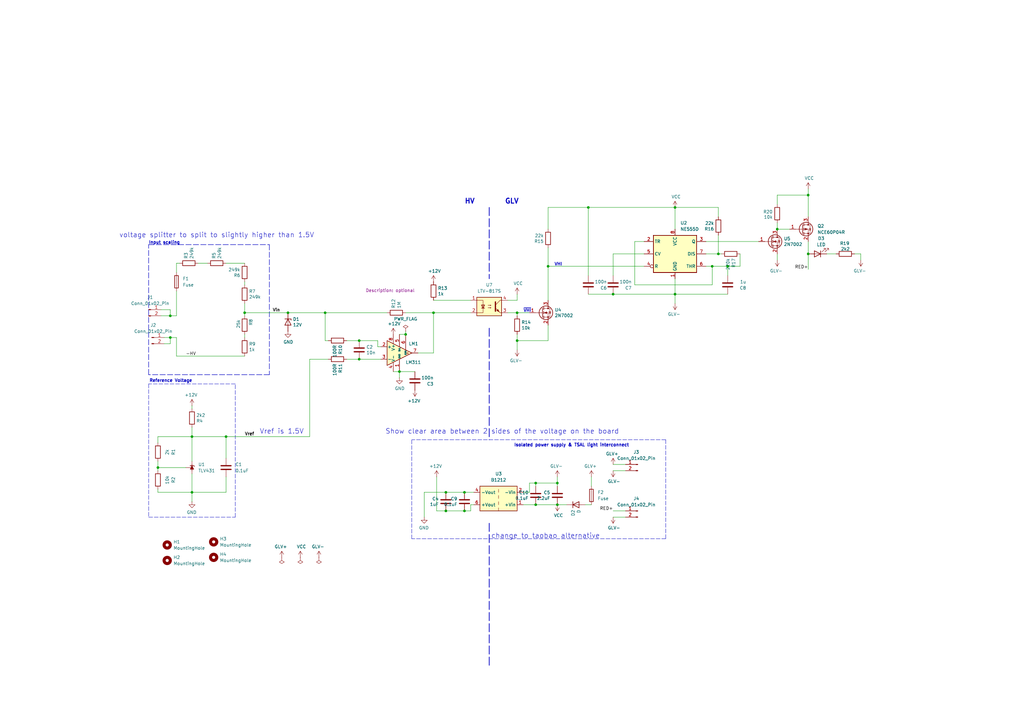
<source format=kicad_sch>
(kicad_sch (version 20250114) (generator "eeschema") (generator_version "9.0")
  (paper "A3")
  (title_block (title "TSAL") (date "2020-03-11") (rev "3.1") (company "NU Racing (UoN)") (comment 1 "Michael Ruppe") (comment 2 "github.com/michaelruppe/FSAE"))
  (lib_symbols
    (symbol "Comparator:LM311" (pin_names (offset 0.127))
      (property "Reference" "U" (at 3.81 6.35 0))
      (property "Value" "LM311" (at 3.81 3.81 0))
      (symbol "LM311_0_1"
        (polyline (pts (xy 3.683 -0.381) (xy 3.302 -0.381) (xy 3.683 0) (xy 3.302 0.381) (xy 2.921 0) (xy 3.302 -0.381) (xy 2.921 -0.381)) (stroke (width 0.127)))
        (polyline (pts (xy 5.08 0) (xy -5.08 5.08) (xy -5.08 -5.08) (xy 5.08 0)) (stroke (width 0.254)) (fill (type background)))
      )
      (symbol "LM311_1_1"
        (pin input line (at -7.62 2.54 0) (length 2.54) (name "+") (number "2"))
        (pin input line (at -7.62 -2.54 0) (length 2.54) (name "-") (number "3"))
        (pin power_in line (at -2.54 7.62 270) (length 3.81) (name "V+") (number "8"))
        (pin power_in line (at -2.54 -7.62 90) (length 3.81) (name "V-") (number "4"))
        (pin input line (at 0 7.62 270) (length 5.08) (name "BAL") (number "5"))
        (pin passive line (at 0 -7.62 90) (length 5.08) (name "GND") (number "1"))
        (pin input line (at 2.54 7.62 270) (length 6.35) (name "STRB") (number "6"))
        (pin open_collector line (at 7.62 0 180) (length 2.54) (name "~") (number "7"))
      )
    )
    (symbol "Connector:Conn_01x02_Pin" (pin_names (offset 1.016) (hide yes))
      (property "Reference" "J" (at 0 2.54 0))
      (property "Value" "Conn_01x02_Pin" (at 0 -5.08 0))
      (symbol "Conn_01x02_Pin_1_1"
        (rectangle (start 0.8636 0.127) (end 0 -0.127) (stroke (width 0.1524)) (fill (type outline)))
        (rectangle (start 0.8636 -2.413) (end 0 -2.667) (stroke (width 0.1524)) (fill (type outline)))
        (polyline (pts (xy 1.27 0) (xy 0.8636 0)) (stroke (width 0.1524)))
        (polyline (pts (xy 1.27 -2.54) (xy 0.8636 -2.54)) (stroke (width 0.1524)))
        (pin passive line (at 5.08 0 180) (length 3.81) (name "Pin_1") (number "1"))
        (pin passive line (at 5.08 -2.54 180) (length 3.81) (name "Pin_2") (number "2"))
      )
    )
    (symbol "Converter_DCDC:TBA2-1212"
      (property "Reference" "U" (at -6.35 6.35 0))
      (property "Value" "TBA2-1212" (at 2.54 6.35 0))
      (symbol "TBA2-1212_0_1"
        (rectangle (start -7.62 5.08) (end 7.62 -5.08) (stroke (width 0.254)) (fill (type background)))
        (polyline (pts (xy 0 5.08) (xy 0 3.81)))
        (polyline (pts (xy 0 2.54) (xy 0 1.27)))
        (polyline (pts (xy 0 0) (xy 0 -1.27)))
        (polyline (pts (xy 0 -2.54) (xy 0 -3.81)))
      )
      (symbol "TBA2-1212_1_1"
        (pin power_in line (at -10.16 2.54 0) (length 2.54) (name "+Vin") (number "1"))
        (pin power_in line (at -10.16 -2.54 0) (length 2.54) (name "-Vin") (number "2"))
        (pin power_out line (at 10.16 2.54 180) (length 2.54) (name "+Vout") (number "6"))
        (pin power_out line (at 10.16 -2.54 180) (length 2.54) (name "-Vout") (number "4"))
      )
    )
    (symbol "Device:C" (pin_numbers (hide yes)) (pin_names (offset 0.254))
      (property "Reference" "C" (at 0.635 2.54 0))
      (property "Value" "C" (at 0.635 -2.54 0))
      (symbol "C_0_1"
        (polyline (pts (xy -2.032 0.762) (xy 2.032 0.762)) (stroke (width 0.508)))
        (polyline (pts (xy -2.032 -0.762) (xy 2.032 -0.762)) (stroke (width 0.508)))
      )
      (symbol "C_1_1"
        (pin passive line (at 0 3.81 270) (length 2.794) (name "~") (number "1"))
        (pin passive line (at 0 -3.81 90) (length 2.794) (name "~") (number "2"))
      )
    )
    (symbol "Device:D" (pin_numbers (hide yes)) (pin_names (offset 1.016) (hide yes))
      (property "Reference" "D" (at 0 2.54 0))
      (property "Value" "D" (at 0 -2.54 0))
      (symbol "D_0_1"
        (polyline (pts (xy -1.27 1.27) (xy -1.27 -1.27)) (stroke (width 0.254)))
        (polyline (pts (xy 1.27 1.27) (xy 1.27 -1.27) (xy -1.27 0) (xy 1.27 1.27)) (stroke (width 0.254)))
        (polyline (pts (xy 1.27 0) (xy -1.27 0)))
      )
      (symbol "D_1_1"
        (pin passive line (at -3.81 0 0) (length 2.54) (name "K") (number "1"))
        (pin passive line (at 3.81 0 180) (length 2.54) (name "A") (number "2"))
      )
    )
    (symbol "Device:D_Zener" (pin_numbers (hide yes)) (pin_names (offset 1.016) (hide yes))
      (property "Reference" "D" (at 0 2.54 0))
      (property "Value" "D_Zener" (at 0 -2.54 0))
      (symbol "D_Zener_0_1"
        (polyline (pts (xy -1.27 -1.27) (xy -1.27 1.27) (xy -0.762 1.27)) (stroke (width 0.254)))
        (polyline (pts (xy 1.27 0) (xy -1.27 0)))
        (polyline (pts (xy 1.27 -1.27) (xy 1.27 1.27) (xy -1.27 0) (xy 1.27 -1.27)) (stroke (width 0.254)))
      )
      (symbol "D_Zener_1_1"
        (pin passive line (at -3.81 0 0) (length 2.54) (name "K") (number "1"))
        (pin passive line (at 3.81 0 180) (length 2.54) (name "A") (number "2"))
      )
    )
    (symbol "Device:Fuse" (pin_numbers (hide yes)) (pin_names (offset 0))
      (property "Reference" "F" (at 2.032 0 90))
      (property "Value" "Fuse" (at -1.905 0 90))
      (symbol "Fuse_0_1"
        (rectangle (start -0.762 -2.54) (end 0.762 2.54) (stroke (width 0.254)))
        (polyline (pts (xy 0 2.54) (xy 0 -2.54)))
      )
      (symbol "Fuse_1_1"
        (pin passive line (at 0 3.81 270) (length 1.27) (name "~") (number "1"))
        (pin passive line (at 0 -3.81 90) (length 1.27) (name "~") (number "2"))
      )
    )
    (symbol "Device:LED" (pin_numbers (hide yes)) (pin_names (offset 1.016) (hide yes))
      (property "Reference" "D" (at 0 2.54 0))
      (property "Value" "LED" (at 0 -2.54 0))
      (symbol "LED_0_1"
        (polyline (pts (xy -3.048 -0.762) (xy -4.572 -2.286) (xy -3.81 -2.286) (xy -4.572 -2.286) (xy -4.572 -1.524)))
        (polyline (pts (xy -1.778 -0.762) (xy -3.302 -2.286) (xy -2.54 -2.286) (xy -3.302 -2.286) (xy -3.302 -1.524)))
        (polyline (pts (xy -1.27 0) (xy 1.27 0)))
        (polyline (pts (xy -1.27 -1.27) (xy -1.27 1.27)) (stroke (width 0.254)))
        (polyline (pts (xy 1.27 -1.27) (xy 1.27 1.27) (xy -1.27 0) (xy 1.27 -1.27)) (stroke (width 0.254)))
      )
      (symbol "LED_1_1"
        (pin passive line (at -3.81 0 0) (length 2.54) (name "K") (number "1"))
        (pin passive line (at 3.81 0 180) (length 2.54) (name "A") (number "2"))
      )
    )
    (symbol "Device:R" (pin_numbers (hide yes)) (pin_names (offset 0))
      (property "Reference" "R" (at 2.032 0 90))
      (property "Value" "R" (at 0 0 90))
      (symbol "R_0_1"
        (rectangle (start -1.016 -2.54) (end 1.016 2.54) (stroke (width 0.254)))
      )
      (symbol "R_1_1"
        (pin passive line (at 0 3.81 270) (length 1.27) (name "~") (number "1"))
        (pin passive line (at 0 -3.81 90) (length 1.27) (name "~") (number "2"))
      )
    )
    (symbol "Isolator:LTV-817S" (pin_names (offset 1.016))
      (property "Reference" "U" (at -3.81 5.08 0))
      (property "Value" "LTV-817S" (at 0 -5.08 0))
      (symbol "LTV-817S_1_1"
        (rectangle (start -5.08 3.81) (end 5.08 -3.81) (stroke (width 0.254)) (fill (type background)))
        (polyline (pts (xy -5.08 2.54) (xy -2.54 2.54) (xy -2.54 -0.762)))
        (polyline (pts (xy -3.175 -0.635) (xy -1.905 -0.635)) (stroke (width 0.254)))
        (polyline (pts (xy -2.54 -0.635) (xy -2.54 -2.54) (xy -5.08 -2.54)))
        (polyline (pts (xy -2.54 -0.635) (xy -3.175 0.635) (xy -1.905 0.635) (xy -2.54 -0.635)) (stroke (width 0.254)))
        (polyline (pts (xy -0.508 0.508) (xy 0.762 0.508) (xy 0.381 0.381) (xy 0.381 0.635) (xy 0.762 0.508)))
        (polyline (pts (xy -0.508 -0.508) (xy 0.762 -0.508) (xy 0.381 -0.635) (xy 0.381 -0.381) (xy 0.762 -0.508)))
        (polyline (pts (xy 2.54 1.905) (xy 2.54 -1.905) (xy 2.54 -1.905)) (stroke (width 0.508)))
        (polyline (pts (xy 2.54 0.635) (xy 4.445 2.54)))
        (polyline (pts (xy 3.048 -1.651) (xy 3.556 -1.143) (xy 4.064 -2.159) (xy 3.048 -1.651) (xy 3.048 -1.651)) (fill (type outline)))
        (polyline (pts (xy 4.445 2.54) (xy 5.08 2.54)))
        (polyline (pts (xy 4.445 -2.54) (xy 2.54 -0.635)) (fill (type outline)))
        (polyline (pts (xy 4.445 -2.54) (xy 5.08 -2.54)))
        (pin passive line (at -7.62 2.54 0) (length 2.54) (name "~") (number "1"))
        (pin passive line (at -7.62 -2.54 0) (length 2.54) (name "~") (number "2"))
        (pin passive line (at 7.62 2.54 180) (length 2.54) (name "~") (number "4"))
        (pin passive line (at 7.62 -2.54 180) (length 2.54) (name "~") (number "3"))
      )
    )
    (symbol "Mechanical:MountingHole" (pin_names (offset 1.016)) (exclude_from_sim yes) (in_bom no)
      (property "Reference" "H" (at 0 5.08 0))
      (property "Value" "MountingHole" (at 0 3.175 0))
      (symbol "MountingHole_0_1"
        (circle (center 0 0) (radius 1.27) (stroke (width 1.27)))
      )
    )
    (symbol "Reference_Voltage:TL431DBZ" (pin_numbers (hide yes)) (pin_names (hide yes))
      (property "Reference" "U" (at -2.54 2.54 0))
      (property "Value" "TL431DBZ" (at 0 -2.54 0))
      (symbol "TL431DBZ_0_1"
        (polyline (pts (xy -1.27 0) (xy 0 0) (xy 1.27 0)))
        (polyline (pts (xy -0.762 0.762) (xy 0.762 0) (xy -0.762 -0.762)) (fill (type outline)))
        (polyline (pts (xy 0.508 -1.016) (xy 0.762 -0.762) (xy 0.762 0.762) (xy 0.762 0.762)) (stroke (width 0.254)))
      )
      (symbol "TL431DBZ_1_1"
        (pin passive line (at -2.54 0 0) (length 2.54) (name "A") (number "3"))
        (pin passive line (at 0 2.54 270) (length 2.54) (name "REF") (number "2"))
        (pin passive line (at 2.54 0 180) (length 2.54) (name "K") (number "1"))
      )
    )
    (symbol "Timer:NE555D"
      (property "Reference" "U" (at -10.16 8.89 0))
      (property "Value" "NE555D" (at 2.54 8.89 0))
      (symbol "NE555D_0_0"
        (pin power_in line (at 0 10.16 270) (length 2.54) (name "VCC") (number "8"))
        (pin power_in line (at 0 -10.16 90) (length 2.54) (name "GND") (number "1"))
      )
      (symbol "NE555D_0_1"
        (rectangle (start -8.89 -7.62) (end 8.89 7.62) (stroke (width 0.254)) (fill (type background)))
        (rectangle (start -8.89 -7.62) (end 8.89 7.62) (stroke (width 0.254)) (fill (type background)))
      )
      (symbol "NE555D_1_1"
        (pin input line (at -12.7 5.08 0) (length 3.81) (name "TR") (number "2"))
        (pin input line (at -12.7 0 0) (length 3.81) (name "CV") (number "5"))
        (pin input inverted (at -12.7 -5.08 0) (length 3.81) (name "R") (number "4"))
        (pin output line (at 12.7 5.08 180) (length 3.81) (name "Q") (number "3"))
        (pin input line (at 12.7 0 180) (length 3.81) (name "DIS") (number "7"))
        (pin input line (at 12.7 -5.08 180) (length 3.81) (name "THR") (number "6"))
      )
    )
    (symbol "Transistor_FET:2N7002" (pin_names (hide yes))
      (property "Reference" "Q" (at 5.08 1.905 0))
      (property "Value" "2N7002" (at 5.08 0 0))
      (symbol "2N7002_0_1"
        (polyline (pts (xy 0.254 1.905) (xy 0.254 -1.905)) (stroke (width 0.254)))
        (polyline (pts (xy 0.254 0) (xy -2.54 0)))
        (polyline (pts (xy 0.762 2.286) (xy 0.762 1.27)) (stroke (width 0.254)))
        (polyline (pts (xy 0.762 0.508) (xy 0.762 -0.508)) (stroke (width 0.254)))
        (polyline (pts (xy 0.762 -1.27) (xy 0.762 -2.286)) (stroke (width 0.254)))
        (polyline (pts (xy 0.762 -1.778) (xy 3.302 -1.778) (xy 3.302 1.778) (xy 0.762 1.778)))
        (polyline (pts (xy 1.016 0) (xy 2.032 0.381) (xy 2.032 -0.381) (xy 1.016 0)) (fill (type outline)))
        (circle (center 1.651 0) (radius 2.794) (stroke (width 0.254)))
        (polyline (pts (xy 2.54 2.54) (xy 2.54 1.778)))
        (circle (center 2.54 1.778) (radius 0.254) (fill (type outline)))
        (circle (center 2.54 -1.778) (radius 0.254) (fill (type outline)))
        (polyline (pts (xy 2.54 -2.54) (xy 2.54 0) (xy 0.762 0)))
        (polyline (pts (xy 2.794 0.508) (xy 2.921 0.381) (xy 3.683 0.381) (xy 3.81 0.254)))
        (polyline (pts (xy 3.302 0.381) (xy 2.921 -0.254) (xy 3.683 -0.254) (xy 3.302 0.381)))
      )
      (symbol "2N7002_1_1"
        (pin input line (at -5.08 0 0) (length 2.54) (name "G") (number "1"))
        (pin passive line (at 2.54 5.08 270) (length 2.54) (name "D") (number "3"))
        (pin passive line (at 2.54 -5.08 90) (length 2.54) (name "S") (number "2"))
      )
    )
    (symbol "Transistor_FET:Q_PMOS_GSD" (pin_names (offset 0) (hide yes))
      (property "Reference" "Q" (at 5.08 1.905 0))
      (property "Value" "Q_PMOS_GSD" (at 5.08 0 0))
      (symbol "Q_PMOS_GSD_0_1"
        (polyline (pts (xy 0.254 1.905) (xy 0.254 -1.905)) (stroke (width 0.254)))
        (polyline (pts (xy 0.254 0) (xy -2.54 0)))
        (polyline (pts (xy 0.762 2.286) (xy 0.762 1.27)) (stroke (width 0.254)))
        (polyline (pts (xy 0.762 1.778) (xy 3.302 1.778) (xy 3.302 -1.778) (xy 0.762 -1.778)))
        (polyline (pts (xy 0.762 0.508) (xy 0.762 -0.508)) (stroke (width 0.254)))
        (polyline (pts (xy 0.762 -1.27) (xy 0.762 -2.286)) (stroke (width 0.254)))
        (circle (center 1.651 0) (radius 2.794) (stroke (width 0.254)))
        (polyline (pts (xy 2.286 0) (xy 1.27 0.381) (xy 1.27 -0.381) (xy 2.286 0)) (fill (type outline)))
        (polyline (pts (xy 2.54 2.54) (xy 2.54 1.778)))
        (circle (center 2.54 1.778) (radius 0.254) (fill (type outline)))
        (circle (center 2.54 -1.778) (radius 0.254) (fill (type outline)))
        (polyline (pts (xy 2.54 -2.54) (xy 2.54 0) (xy 0.762 0)))
        (polyline (pts (xy 2.921 -0.381) (xy 3.683 -0.381)))
        (polyline (pts (xy 3.302 -0.381) (xy 2.921 0.254) (xy 3.683 0.254) (xy 3.302 -0.381)))
      )
      (symbol "Q_PMOS_GSD_1_1"
        (pin input line (at -5.08 0 0) (length 2.54) (name "G") (number "1"))
        (pin passive line (at 2.54 5.08 270) (length 2.54) (name "D") (number "3"))
        (pin passive line (at 2.54 -5.08 90) (length 2.54) (name "S") (number "2"))
      )
    )
    (symbol "power-symbol-library:GLV+" (power) (pin_names (offset 0))
      (property "Value" "GLV+" (at 0 3.81 0))
      (symbol "GLV+_0_1"
        (polyline (pts (xy -0.762 1.27) (xy 0 2.54)))
        (polyline (pts (xy 0 2.54) (xy 0.762 1.27)))
        (polyline (pts (xy 0 0) (xy 0 2.54)))
      )
      (symbol "GLV+_1_1"
        (pin power_in line (at 0 0 90) (length 0) (hide yes) (name "GLV+") (number "1"))
      )
    )
    (symbol "power-symbol-library:GLV-" (power) (pin_names (offset 0))
      (property "Value" "GLV-" (at 0 3.81 0))
      (symbol "GLV-_0_1"
        (polyline (pts (xy -0.762 1.27) (xy 0 2.54)))
        (polyline (pts (xy 0 2.54) (xy 0.762 1.27)))
        (polyline (pts (xy 0 0) (xy 0 2.54)))
      )
      (symbol "GLV-_1_1"
        (pin power_in line (at 0 0 90) (length 0) (hide yes) (name "GLV-") (number "1"))
      )
    )
    (symbol "power:+12V" (power) (pin_numbers (hide yes)) (pin_names (offset 0) (hide yes))
      (property "Value" "+12V" (at 0 3.556 0))
      (symbol "+12V_0_1"
        (polyline (pts (xy -0.762 1.27) (xy 0 2.54)))
        (polyline (pts (xy 0 2.54) (xy 0.762 1.27)))
        (polyline (pts (xy 0 0) (xy 0 2.54)))
      )
      (symbol "+12V_1_1"
        (pin power_in line (at 0 0 90) (length 0) (name "~") (number "1"))
      )
    )
    (symbol "power:GND" (power) (pin_numbers (hide yes)) (pin_names (offset 0) (hide yes))
      (property "Value" "GND" (at 0 -3.81 0))
      (symbol "GND_0_1"
        (polyline (pts (xy 0 0) (xy 0 -1.27) (xy 1.27 -1.27) (xy 0 -2.54) (xy -1.27 -1.27) (xy 0 -1.27)))
      )
      (symbol "GND_1_1"
        (pin power_in line (at 0 0 270) (length 0) (name "~") (number "1"))
      )
    )
    (symbol "power:PWR_FLAG" (power) (pin_numbers (hide yes)) (pin_names (offset 0) (hide yes))
      (property "Value" "PWR_FLAG" (at 0 3.81 0))
      (symbol "PWR_FLAG_0_0"
        (pin power_out line (at 0 0 90) (length 0) (name "~") (number "1"))
      )
      (symbol "PWR_FLAG_0_1"
        (polyline (pts (xy 0 0) (xy 0 1.27) (xy -1.016 1.905) (xy 0 2.54) (xy 1.016 1.905) (xy 0 1.27)))
      )
    )
    (symbol "power:VCC" (power) (pin_numbers (hide yes)) (pin_names (offset 0) (hide yes))
      (property "Value" "VCC" (at 0 3.556 0))
      (symbol "VCC_0_1"
        (polyline (pts (xy -0.762 1.27) (xy 0 2.54)))
        (polyline (pts (xy 0 2.54) (xy 0.762 1.27)))
        (polyline (pts (xy 0 0) (xy 0 2.54)))
      )
      (symbol "VCC_1_1"
        (pin power_in line (at 0 0 90) (length 0) (name "~") (number "1"))
      )
    )
  )
  (text "change to taobao alternative\n\n" (at 223.774 221.488 0) (effects (font (size 2.0066 2.0066))))
  (text "voltage splitter to split to slightly higher than 1.5V" (at 88.9 96.52 0) (effects (font (size 2.0066 2.0066))))
  (text "Show clear area between 2 sides of the voltage on the board" (at 205.994 177.038 0) (effects (font (size 2.0066 2.0066))))
  (text "Isolated power supply & TSAL light interconnect" (at 258.064 183.388 0) (effects (font (size 1.27 1.27) (thickness 0.254) (bold yes)) (justify right bottom)))
  (text "Reference Voltage" (at 61.214 156.972 0) (effects (font (size 1.27 1.27) (thickness 0.254) (bold yes)) (justify left bottom)))
  (text "~{VHI}" (at 214.63 128.27 0) (effects (font (size 1.27 1.27) (thickness 0.254) (bold yes)) (justify left bottom)))
  (text "Input scaling" (at 60.96 100.33 0) (effects (font (size 1.27 1.27) (thickness 0.254) (bold yes)) (justify left bottom)))
  (text "GLV" (at 207.01 83.82 0) (effects (font (size 2.0066 2.0066) (thickness 0.4013) (bold yes)) (justify left bottom)))
  (text "VHI" (at 227.33 109.22 0) (effects (font (size 1.27 1.27) (thickness 0.254) (bold yes)) (justify left bottom)))
  (text "Vref is 1.5V\n" (at 115.57 177.038 0) (effects (font (size 2.0066 2.0066))))
  (text "HV" (at 190.5 83.82 0) (effects (font (size 2.0066 2.0066) (thickness 0.4013) (bold yes)) (justify left bottom)))
  (junction (at 228.6 207.01))
  (junction (at 69.85 129.54))
  (junction (at 190.5 209.55))
  (junction (at 163.83 152.4))
  (junction (at 92.71 179.07))
  (junction (at 241.3 85.09))
  (junction (at 190.5 201.93))
  (junction (at 147.32 147.32))
  (junction (at 100.33 128.27))
  (junction (at 212.09 128.27))
  (junction (at 182.88 201.93))
  (junction (at 177.8 128.27))
  (junction (at 331.47 104.14))
  (junction (at 78.74 179.07))
  (junction (at 212.09 139.7))
  (junction (at 133.35 128.27))
  (junction (at 219.71 207.01))
  (junction (at 69.85 138.43))
  (junction (at 64.77 191.77))
  (junction (at 166.37 137.16))
  (junction (at 182.88 209.55))
  (junction (at 118.11 128.27))
  (junction (at 219.71 198.12))
  (junction (at 276.86 120.65))
  (junction (at 294.64 104.14))
  (junction (at 318.77 93.98))
  (junction (at 228.6 198.12))
  (junction (at 147.32 139.7))
  (junction (at 331.47 80.01))
  (junction (at 224.79 109.22))
  (junction (at 276.86 85.09))
  (junction (at 298.45 109.22))
  (junction (at 292.1 109.22))
  (junction (at 78.74 201.93))
  (junction (at 251.46 120.65))
  (wire (pts (xy 92.71 201.93) (xy 78.74 201.93)))
  (polyline (pts (xy 110.49 153.67) (xy 60.96 153.67)) (stroke (width 0.2032) (type dash)))
  (polyline (pts (xy 273.05 220.98) (xy 168.91 220.98)) (stroke (width 0) (type dash)))
  (wire (pts (xy 212.09 139.7) (xy 212.09 137.16)))
  (wire (pts (xy 260.35 116.84) (xy 292.1 116.84)))
  (wire (pts (xy 318.77 104.14) (xy 318.77 106.68)))
  (wire (pts (xy 294.64 104.14) (xy 295.91 104.14)))
  (wire (pts (xy 156.21 142.24) (xy 154.94 142.24)))
  (wire (pts (xy 134.62 147.32) (xy 127 147.32)))
  (polyline (pts (xy 96.52 157.48) (xy 60.96 157.48)) (stroke (width 0) (type dash)))
  (wire (pts (xy 224.79 109.22) (xy 264.16 109.22)))
  (wire (pts (xy 100.33 129.54) (xy 100.33 128.27)))
  (wire (pts (xy 276.86 85.09) (xy 276.86 93.98)))
  (wire (pts (xy 64.77 191.77) (xy 64.77 193.04)))
  (wire (pts (xy 72.39 111.76) (xy 72.39 107.95)))
  (wire (pts (xy 173.99 212.09) (xy 173.99 201.93)))
  (wire (pts (xy 92.71 107.95) (xy 100.33 107.95)))
  (wire (pts (xy 251.46 209.55) (xy 256.54 209.55)))
  (polyline (pts (xy 200.66 85.09) (xy 200.66 114.3)) (stroke (width 0.3048) (type dash)))
  (polyline (pts (xy 110.49 100.33) (xy 110.49 153.67)) (stroke (width 0.2032) (type dash)))
  (wire (pts (xy 212.09 123.19) (xy 212.09 120.65)))
  (wire (pts (xy 224.79 85.09) (xy 241.3 85.09)))
  (polyline (pts (xy 60.96 100.33) (xy 110.49 100.33)) (stroke (width 0.2032) (type dash)))
  (wire (pts (xy 251.46 190.5) (xy 256.54 190.5)))
  (wire (pts (xy 64.77 201.93) (xy 64.77 200.66)))
  (wire (pts (xy 100.33 137.16) (xy 100.33 138.43)))
  (wire (pts (xy 78.74 201.93) (xy 78.74 205.74)))
  (wire (pts (xy 64.77 189.23) (xy 64.77 191.77)))
  (polyline (pts (xy 60.96 153.67) (xy 60.96 100.33)) (stroke (width 0.2032) (type dash)))
  (wire (pts (xy 177.8 144.78) (xy 177.8 128.27)))
  (wire (pts (xy 331.47 80.01) (xy 318.77 80.01)))
  (wire (pts (xy 331.47 99.06) (xy 331.47 104.14)))
  (wire (pts (xy 212.09 128.27) (xy 212.09 129.54)))
  (wire (pts (xy 241.3 85.09) (xy 276.86 85.09)))
  (wire (pts (xy 72.39 107.95) (xy 73.66 107.95)))
  (wire (pts (xy 224.79 109.22) (xy 224.79 101.6)))
  (wire (pts (xy 92.71 179.07) (xy 127 179.07)))
  (polyline (pts (xy 200.66 134.62) (xy 200.66 180.34)) (stroke (width 0.3048) (type dash)))
  (wire (pts (xy 353.06 104.14) (xy 353.06 106.68)))
  (wire (pts (xy 264.16 99.06) (xy 260.35 99.06)))
  (wire (pts (xy 166.37 137.16) (xy 163.83 137.16)))
  (polyline (pts (xy 168.91 220.98) (xy 168.91 180.34)) (stroke (width 0) (type dash)))
  (polyline (pts (xy 273.05 180.34) (xy 168.91 180.34)) (stroke (width 0) (type dash)))
  (wire (pts (xy 289.56 104.14) (xy 294.64 104.14)))
  (wire (pts (xy 100.33 124.46) (xy 100.33 128.27)))
  (wire (pts (xy 78.74 167.64) (xy 78.74 166.37)))
  (polyline (pts (xy 60.96 212.09) (xy 96.52 212.09)) (stroke (width 0) (type dash)))
  (wire (pts (xy 224.79 93.98) (xy 224.79 85.09)))
  (wire (pts (xy 177.8 144.78) (xy 171.45 144.78)))
  (wire (pts (xy 81.28 107.95) (xy 85.09 107.95)))
  (wire (pts (xy 241.3 113.03) (xy 241.3 85.09)))
  (wire (pts (xy 78.74 194.31) (xy 78.74 201.93)))
  (wire (pts (xy 212.09 143.51) (xy 212.09 139.7)))
  (wire (pts (xy 147.32 139.7) (xy 142.24 139.7)))
  (wire (pts (xy 173.99 201.93) (xy 182.88 201.93)))
  (wire (pts (xy 219.71 198.12) (xy 219.71 199.39)))
  (wire (pts (xy 242.57 195.58) (xy 242.57 199.39)))
  (wire (pts (xy 228.6 195.58) (xy 228.6 198.12)))
  (wire (pts (xy 251.46 104.14) (xy 251.46 113.03)))
  (wire (pts (xy 190.5 201.93) (xy 194.31 201.93)))
  (wire (pts (xy 182.88 209.55) (xy 190.5 209.55)))
  (wire (pts (xy 214.63 207.01) (xy 219.71 207.01)))
  (polyline (pts (xy 200.66 214.63) (xy 200.66 273.05)) (stroke (width 0.3048) (type dash)))
  (wire (pts (xy 133.35 128.27) (xy 158.75 128.27)))
  (wire (pts (xy 303.53 104.14) (xy 303.53 109.22)))
  (wire (pts (xy 78.74 175.26) (xy 78.74 179.07)))
  (wire (pts (xy 133.35 128.27) (xy 133.35 139.7)))
  (wire (pts (xy 276.86 85.09) (xy 294.64 85.09)))
  (wire (pts (xy 69.85 140.97) (xy 69.85 138.43)))
  (wire (pts (xy 208.28 123.19) (xy 212.09 123.19)))
  (wire (pts (xy 182.88 209.55) (xy 179.07 209.55)))
  (wire (pts (xy 264.16 104.14) (xy 251.46 104.14)))
  (wire (pts (xy 318.77 91.44) (xy 318.77 93.98)))
  (wire (pts (xy 331.47 80.01) (xy 331.47 77.47)))
  (wire (pts (xy 298.45 109.22) (xy 292.1 109.22)))
  (wire (pts (xy 228.6 198.12) (xy 228.6 199.39)))
  (wire (pts (xy 127 147.32) (xy 127 179.07)))
  (wire (pts (xy 251.46 120.65) (xy 276.86 120.65)))
  (wire (pts (xy 154.94 139.7) (xy 147.32 139.7)))
  (wire (pts (xy 92.71 195.58) (xy 92.71 201.93)))
  (wire (pts (xy 142.24 147.32) (xy 147.32 147.32)))
  (wire (pts (xy 69.85 127) (xy 69.85 129.54)))
  (wire (pts (xy 219.71 198.12) (xy 217.17 198.12)))
  (wire (pts (xy 177.8 123.19) (xy 193.04 123.19)))
  (wire (pts (xy 292.1 116.84) (xy 292.1 109.22)))
  (wire (pts (xy 72.39 138.43) (xy 72.39 146.05)))
  (wire (pts (xy 64.77 191.77) (xy 76.2 191.77)))
  (wire (pts (xy 100.33 128.27) (xy 118.11 128.27)))
  (wire (pts (xy 69.85 138.43) (xy 72.39 138.43)))
  (wire (pts (xy 163.83 152.4) (xy 163.83 154.94)))
  (wire (pts (xy 241.3 120.65) (xy 251.46 120.65)))
  (wire (pts (xy 133.35 139.7) (xy 134.62 139.7)))
  (wire (pts (xy 194.31 207.01) (xy 193.04 207.01)))
  (wire (pts (xy 67.31 138.43) (xy 69.85 138.43)))
  (wire (pts (xy 78.74 179.07) (xy 92.71 179.07)))
  (wire (pts (xy 251.46 193.04) (xy 256.54 193.04)))
  (wire (pts (xy 163.83 152.4) (xy 170.18 152.4)))
  (wire (pts (xy 350.52 104.14) (xy 353.06 104.14)))
  (wire (pts (xy 166.37 135.89) (xy 166.37 137.16)))
  (polyline (pts (xy 273.05 180.34) (xy 273.05 220.98)) (stroke (width 0) (type dash)))
  (wire (pts (xy 339.09 104.14) (xy 342.9 104.14)))
  (wire (pts (xy 161.29 152.4) (xy 163.83 152.4)))
  (wire (pts (xy 72.39 146.05) (xy 100.33 146.05)))
  (wire (pts (xy 298.45 120.65) (xy 276.86 120.65)))
  (wire (pts (xy 212.09 128.27) (xy 217.17 128.27)))
  (wire (pts (xy 64.77 201.93) (xy 78.74 201.93)))
  (wire (pts (xy 242.57 207.01) (xy 240.03 207.01)))
  (wire (pts (xy 256.54 212.09) (xy 251.46 212.09)))
  (wire (pts (xy 67.31 140.97) (xy 69.85 140.97)))
  (wire (pts (xy 78.74 179.07) (xy 78.74 189.23)))
  (wire (pts (xy 193.04 207.01) (xy 193.04 209.55)))
  (wire (pts (xy 318.77 80.01) (xy 318.77 83.82)))
  (wire (pts (xy 64.77 179.07) (xy 64.77 181.61)))
  (wire (pts (xy 276.86 120.65) (xy 276.86 124.46)))
  (wire (pts (xy 100.33 115.57) (xy 100.33 116.84)))
  (wire (pts (xy 232.41 207.01) (xy 228.6 207.01)))
  (wire (pts (xy 64.77 179.07) (xy 78.74 179.07)))
  (wire (pts (xy 224.79 139.7) (xy 212.09 139.7)))
  (wire (pts (xy 179.07 195.58) (xy 179.07 209.55)))
  (wire (pts (xy 331.47 104.14) (xy 331.47 110.49)))
  (wire (pts (xy 318.77 93.98) (xy 323.85 93.98)))
  (wire (pts (xy 217.17 201.93) (xy 214.63 201.93)))
  (wire (pts (xy 154.94 142.24) (xy 154.94 139.7)))
  (wire (pts (xy 182.88 201.93) (xy 190.5 201.93)))
  (polyline (pts (xy 60.96 157.48) (xy 60.96 212.09)) (stroke (width 0) (type dash)))
  (wire (pts (xy 303.53 109.22) (xy 298.45 109.22)))
  (wire (pts (xy 224.79 133.35) (xy 224.79 139.7)))
  (polyline (pts (xy 96.52 212.09) (xy 96.52 157.48)) (stroke (width 0) (type dash)))
  (wire (pts (xy 294.64 85.09) (xy 294.64 88.9)))
  (wire (pts (xy 72.39 119.38) (xy 72.39 129.54)))
  (wire (pts (xy 260.35 99.06) (xy 260.35 116.84)))
  (wire (pts (xy 92.71 179.07) (xy 92.71 187.96)))
  (wire (pts (xy 219.71 198.12) (xy 228.6 198.12)))
  (wire (pts (xy 298.45 113.03) (xy 298.45 109.22)))
  (wire (pts (xy 289.56 99.06) (xy 311.15 99.06)))
  (wire (pts (xy 118.11 128.27) (xy 133.35 128.27)))
  (wire (pts (xy 292.1 109.22) (xy 289.56 109.22)))
  (wire (pts (xy 219.71 207.01) (xy 228.6 207.01)))
  (wire (pts (xy 193.04 209.55) (xy 190.5 209.55)))
  (wire (pts (xy 331.47 80.01) (xy 331.47 88.9)))
  (wire (pts (xy 66.04 129.54) (xy 69.85 129.54)))
  (wire (pts (xy 66.04 127) (xy 69.85 127)))
  (wire (pts (xy 276.86 120.65) (xy 276.86 114.3)))
  (wire (pts (xy 166.37 128.27) (xy 177.8 128.27)))
  (wire (pts (xy 224.79 109.22) (xy 224.79 123.19)))
  (wire (pts (xy 147.32 147.32) (xy 156.21 147.32)))
  (wire (pts (xy 69.85 129.54) (xy 72.39 129.54)))
  (wire (pts (xy 294.64 96.52) (xy 294.64 104.14)))
  (wire (pts (xy 212.09 128.27) (xy 208.28 128.27)))
  (wire (pts (xy 177.8 128.27) (xy 193.04 128.27)))
  (wire (pts (xy 217.17 198.12) (xy 217.17 201.93)))
  (label "RED+" (at 331.47 110.49 180))
  (label "-HV" (at 76.2 146.05 0))
  (label "RED+" (at 251.46 209.55 180))
  (label "Vin" (at 111.76 128.27 0) (effects (font (thickness 0.254) (bold yes))))
  (label "Vref" (at 100.33 179.07 0) (effects (font (thickness 0.254) (bold yes))))
  (symbol (lib_id "Device:R") (at 100.33 120.65 0) (unit 1)
    (property "Reference" "R7" (at 102.108 119.4816 0) (effects (justify left)))
    (property "Value" "249k" (at 102.108 121.793 0) (effects (justify left)))
    (property "Footprint" "RMC_Resistor:R_0805_2012Metric_Pad1.20x1.40mm_HandSolder_L" (effects (hide yes)))
  )
  (symbol (lib_id "Device:R") (at 100.33 133.35 180) (unit 1)
    (property "Reference" "R8" (at 102.87 130.81 90) (effects (justify left)))
    (property "Value" "25k" (at 97.79 131.0386 90) (effects (justify left)))
    (property "Footprint" "RMC_Resistor:R_0805_2012Metric_Pad1.20x1.40mm_HandSolder_L" (effects (hide yes)))
  )
  (symbol (lib_id "Device:C") (at 228.6 203.2 0) (mirror y) (unit 1)
    (property "Reference" "C5" (at 225.679 202.0316 0) (effects (justify left)))
    (property "Value" "2.2uF" (at 225.679 204.343 0) (effects (justify left)))
    (property "Footprint" "RMC_Capacitor:C_0805_2012Metric_Pad1.18x1.45mm_HandSolder_L" (effects (hide yes)))
  )
  (symbol (lib_id "power:+12V") (at 179.07 195.58 0) (mirror y) (unit 1)
    (property "Reference" "#PWR010" (effects (hide yes)))
    (property "Value" "+12V" (at 178.689 191.1858 0))
  )
  (symbol (lib_id "power:GND") (at 173.99 212.09 0) (mirror y) (unit 1)
    (property "Reference" "#PWR09" (effects (hide yes)))
    (property "Value" "GND" (at 173.863 216.4842 0))
  )
  (symbol (lib_id "Device:R") (at 138.43 147.32 270) (unit 1)
    (property "Reference" "R11" (at 139.5984 149.098 0) (effects (justify left)))
    (property "Value" "100R" (at 137.287 149.098 0) (effects (justify left)))
    (property "Footprint" "RMC_Resistor:R_0805_2012Metric_Pad1.20x1.40mm_HandSolder_L" (effects (hide yes)))
  )
  (symbol (lib_id "Device:C") (at 147.32 143.51 0) (unit 1)
    (property "Reference" "C2" (at 150.241 142.3416 0) (effects (justify left)))
    (property "Value" "10n" (at 150.241 144.653 0) (effects (justify left)))
    (property "Footprint" "RMC_Capacitor:C_0805_2012Metric_Pad1.18x1.45mm_HandSolder_L" (effects (hide yes)))
  )
  (symbol (lib_id "Device:R") (at 138.43 139.7 270) (unit 1)
    (property "Reference" "R10" (at 139.5984 141.478 0) (effects (justify left)))
    (property "Value" "100R" (at 137.287 141.478 0) (effects (justify left)))
    (property "Footprint" "RMC_Resistor:R_0805_2012Metric_Pad1.20x1.40mm_HandSolder_L" (effects (hide yes)))
  )
  (symbol (lib_id "Device:D_Zener") (at 118.11 132.08 270) (unit 1)
    (property "Reference" "D1" (at 120.1166 130.9116 90) (effects (justify left)))
    (property "Value" "12V" (at 120.1166 133.223 90) (effects (justify left)))
    (property "Footprint" "Diode_THT:D_DO-35_SOD27_P7.62mm_Horizontal" (effects (hide yes)))
  )
  (symbol (lib_id "power:GND") (at 118.11 135.89 0) (unit 1)
    (property "Reference" "#PWR04" (effects (hide yes)))
    (property "Value" "GND" (at 118.237 140.2842 0))
  )
  (symbol (lib_id "Device:R") (at 100.33 142.24 0) (unit 1)
    (property "Reference" "R9" (at 102.108 141.0716 0) (effects (justify left)))
    (property "Value" "1k" (at 102.108 143.383 0) (effects (justify left)))
    (property "Footprint" "RMC_Resistor:R_0805_2012Metric_Pad1.20x1.40mm_HandSolder_L" (effects (hide yes)))
  )
  (symbol (lib_id "Device:R") (at 100.33 111.76 180) (unit 1)
    (property "Reference" "R6" (at 98.552 112.9284 0) (effects (justify left)))
    (property "Value" "249k" (at 98.552 110.617 0) (effects (justify left)))
    (property "Footprint" "RMC_Resistor:R_0805_2012Metric_Pad1.20x1.40mm_HandSolder_L" (effects (hide yes)))
  )
  (symbol (lib_id "Device:R") (at 162.56 128.27 90) (unit 1)
    (property "Reference" "R12" (at 161.3916 126.492 0) (effects (justify left)))
    (property "Value" "1M" (at 163.703 126.492 0) (effects (justify left)))
    (property "Footprint" "RMC_Resistor:R_0805_2012Metric_Pad1.20x1.40mm_HandSolder_L" (effects (hide yes)))
    (property "Description" "optional" (at 160.02 119.126 90) (show_name yes))
  )
  (symbol (lib_id "Device:C") (at 170.18 156.21 180) (unit 1)
    (property "Reference" "C3" (at 177.8 157.48 0) (effects (justify left)))
    (property "Value" "100n" (at 177.8 154.94 0) (effects (justify left)))
    (property "Footprint" "RMC_Capacitor:C_0805_2012Metric_Pad1.18x1.45mm_HandSolder_L" (effects (hide yes)))
  )
  (symbol (lib_id "power:+12V") (at 170.18 160.02 180) (unit 1)
    (property "Reference" "#PWR07" (effects (hide yes)))
    (property "Value" "+12V" (at 169.799 164.4142 0))
  )
  (symbol (lib_id "Comparator:LM311") (at 163.83 144.78 0) (unit 1)
    (property "Reference" "LM1" (at 167.64 140.97 0) (effects (justify left)))
    (property "Value" "LM311" (at 166.37 148.59 0) (effects (justify left)))
    (property "Footprint" "RMC_SO:SOIC-8_3.9x4.9mm_P1.27mm_RMC_Handsolder" (effects (hide yes)))
    (property "Datasheet" "http://www.ti.com/lit/ds/symlink/lm311.pdf" (effects (hide yes)))
  )
  (symbol (lib_id "power:GND") (at 163.83 154.94 0) (unit 1)
    (property "Reference" "#PWR06" (effects (hide yes)))
    (property "Value" "GND" (at 163.957 159.3342 0))
  )
  (symbol (lib_id "power:+12V") (at 161.29 137.16 0) (unit 1)
    (property "Reference" "#PWR05" (effects (hide yes)))
    (property "Value" "+12V" (at 161.671 132.7658 0))
  )
  (symbol (lib_id "Device:D") (at 236.22 207.01 0) (mirror x) (unit 1)
    (property "Reference" "D2" (at 235.0516 209.0166 90) (effects (justify left)))
    (property "Value" "D" (at 237.363 209.0166 90) (effects (justify left)))
    (property "Footprint" "Diode_SMD:D_SMA_Handsoldering" (effects (hide yes)))
  )
  (symbol (lib_id "power:+12V") (at 177.8 115.57 0) (unit 1)
    (property "Reference" "#PWR08" (effects (hide yes)))
    (property "Value" "+12V" (at 178.181 111.1758 0))
  )
  (symbol (lib_id "Device:R") (at 177.8 119.38 0) (unit 1)
    (property "Reference" "R13" (at 179.578 118.2116 0) (effects (justify left)))
    (property "Value" "1k" (at 179.578 120.523 0) (effects (justify left)))
    (property "Footprint" "RMC_Resistor:R_0805_2012Metric_Pad1.20x1.40mm_HandSolder_L" (effects (hide yes)))
  )
  (symbol (lib_id "power-symbol-library:GLV-") (at 212.09 143.51 180) (unit 1)
    (property "Reference" "#PWR012" (effects (hide yes)))
    (property "Value" "GLV-" (at 211.709 147.9042 0))
  )
  (symbol (lib_id "Device:R") (at 212.09 133.35 0) (unit 1)
    (property "Reference" "R14" (at 213.868 132.1816 0) (effects (justify left)))
    (property "Value" "10k" (at 213.868 134.493 0) (effects (justify left)))
    (property "Footprint" "RMC_Resistor:R_0805_2012Metric_Pad1.20x1.40mm_HandSolder_L" (effects (hide yes)))
  )
  (symbol (lib_id "Device:C") (at 251.46 116.84 180) (unit 1)
    (property "Reference" "C7" (at 259.08 118.11 0) (effects (justify left)))
    (property "Value" "100n" (at 259.08 115.57 0) (effects (justify left)))
    (property "Footprint" "RMC_Capacitor:C_0805_2012Metric_Pad1.18x1.45mm_HandSolder_L" (effects (hide yes)))
  )
  (symbol (lib_id "Device:R") (at 299.72 104.14 270) (unit 1)
    (property "Reference" "R17" (at 300.8884 105.918 0) (effects (justify left)))
    (property "Value" "220k" (at 298.577 105.918 0) (effects (justify left)))
    (property "Footprint" "RMC_Resistor:R_0805_2012Metric_Pad1.20x1.40mm_HandSolder_L" (effects (hide yes)))
  )
  (symbol (lib_id "Device:C") (at 241.3 116.84 180) (unit 1)
    (property "Reference" "C6" (at 248.92 118.11 0) (effects (justify left)))
    (property "Value" "100n" (at 248.92 115.57 0) (effects (justify left)))
    (property "Footprint" "RMC_Capacitor:C_0805_2012Metric_Pad1.18x1.45mm_HandSolder_L" (effects (hide yes)))
  )
  (symbol (lib_id "Device:C") (at 298.45 116.84 180) (unit 1)
    (property "Reference" "C8" (at 306.07 118.11 0) (effects (justify left)))
    (property "Value" "1u" (at 306.07 115.57 0) (effects (justify left)))
    (property "Footprint" "RMC_Capacitor:C_0805_2012Metric_Pad1.18x1.45mm_HandSolder_L" (effects (hide yes)))
  )
  (symbol (lib_id "Device:R") (at 294.64 92.71 180) (unit 1)
    (property "Reference" "R16" (at 292.862 93.8784 0) (effects (justify left)))
    (property "Value" "22k" (at 292.862 91.567 0) (effects (justify left)))
    (property "Footprint" "RMC_Resistor:R_0805_2012Metric_Pad1.20x1.40mm_HandSolder_L" (effects (hide yes)))
  )
  (symbol (lib_id "Device:R") (at 88.9 107.95 90) (unit 1)
    (property "Reference" "R5" (at 87.7316 106.172 0) (effects (justify left)))
    (property "Value" "249k" (at 90.043 106.172 0) (effects (justify left)))
    (property "Footprint" "RMC_Resistor:R_0805_2012Metric_Pad1.20x1.40mm_HandSolder_L" (effects (hide yes)))
  )
  (symbol (lib_id "Device:R") (at 77.47 107.95 90) (unit 1)
    (property "Reference" "R3" (at 76.3016 106.172 0) (effects (justify left)))
    (property "Value" "249k" (at 78.613 106.172 0) (effects (justify left)))
    (property "Footprint" "RMC_Resistor:R_0805_2012Metric_Pad1.20x1.40mm_HandSolder_L" (effects (hide yes)))
  )
  (symbol (lib_id "power-symbol-library:GLV+") (at 242.57 195.58 0) (mirror y) (unit 1)
    (property "Reference" "#PWR015" (effects (hide yes)))
    (property "Value" "GLV+" (at 242.189 191.1858 0))
  )
  (symbol (lib_id "power-symbol-library:GLV-") (at 228.6 195.58 0) (mirror y) (unit 1)
    (property "Reference" "#PWR013" (effects (hide yes)))
    (property "Value" "GLV-" (at 228.219 191.1858 0))
  )
  (symbol (lib_id "Transistor_FET:2N7002") (at 222.25 128.27 0) (unit 1)
    (property "Reference" "U4" (at 227.4824 127.1016 0) (effects (justify left)))
    (property "Value" "2N7002" (at 227.4824 129.413 0) (effects (justify left)))
    (property "Footprint" "RMC_SOT:SOT-23" (effects (hide yes)))
    (property "Datasheet" "https://www.fairchildsemi.com/datasheets/2N/2N7002.pdf" (effects (hide yes)))
  )
  (symbol (lib_id "power:VCC") (at 228.6 207.01 0) (mirror x) (unit 1)
    (property "Reference" "#PWR014" (effects (hide yes)))
    (property "Value" "VCC" (at 229.0572 211.4042 0))
  )
  (symbol (lib_id "power:VCC") (at 212.09 120.65 0) (unit 1)
    (property "Reference" "#PWR011" (effects (hide yes)))
    (property "Value" "VCC" (at 212.5218 116.2558 0))
  )
  (symbol (lib_id "power:VCC") (at 276.86 85.09 0) (unit 1)
    (property "Reference" "#PWR017" (effects (hide yes)))
    (property "Value" "VCC" (at 277.2918 80.6958 0))
  )
  (symbol (lib_id "Device:R") (at 224.79 97.79 180) (unit 1)
    (property "Reference" "R15" (at 223.012 98.9584 0) (effects (justify left)))
    (property "Value" "22k" (at 223.012 96.647 0) (effects (justify left)))
    (property "Footprint" "RMC_Resistor:R_0805_2012Metric_Pad1.20x1.40mm_HandSolder_L" (effects (hide yes)))
  )
  (symbol (lib_id "power-symbol-library:GLV-") (at 276.86 124.46 180) (unit 1)
    (property "Reference" "#PWR018" (effects (hide yes)))
    (property "Value" "GLV-" (at 276.479 128.8542 0))
  )
  (symbol (lib_id "power-symbol-library:GLV-") (at 251.46 193.04 0) (mirror x) (unit 1)
    (property "Reference" "#PWR016" (effects (hide yes)))
    (property "Value" "GLV-" (at 251.841 197.4342 0))
  )
  (symbol (lib_id "power:GND") (at 78.74 205.74 0) (mirror y) (unit 1)
    (property "Reference" "#PWR02" (effects (hide yes)))
    (property "Value" "GND" (at 78.613 210.1342 0))
  )
  (symbol (lib_id "power-symbol-library:GLV+") (at 130.81 228.6 0) (mirror y) (unit 1)
    (property "Reference" "#PWR024" (effects (hide yes)))
    (property "Value" "GLV-" (at 130.429 224.2058 0))
  )
  (symbol (lib_id "Device:R") (at 64.77 196.85 0) (unit 1)
    (property "Reference" "R2" (at 71.12 196.85 90))
    (property "Value" "10k" (at 68.58 196.85 90))
    (property "Footprint" "RMC_Resistor:R_0805_2012Metric_Pad1.20x1.40mm_HandSolder_L" (effects (hide yes)))
    (property "Description" "Resistor" (effects (hide yes)))
  )
  (symbol (lib_id "power:PWR_FLAG") (at 130.81 228.6 180) (unit 1)
    (property "Reference" "#FLG04" (effects (hide yes)))
    (property "Value" "PWR_FLAG" (effects (hide yes)))
    (property "Description" "Special symbol for telling ERC where power comes from" (effects (hide yes)))
  )
  (symbol (lib_id "Timer:NE555D") (at 276.86 104.14 0) (unit 1)
    (property "Reference" "U2" (at 279.0541 91.44 0) (effects (justify left)))
    (property "Value" "NE555D" (at 279.0541 93.98 0) (effects (justify left)))
    (property "Footprint" "RMC_SO:SOIC-8_3.9x4.9mm_P1.27mm_RMC_Handsolder" (effects (hide yes)))
    (property "Datasheet" "http://www.ti.com/lit/ds/symlink/ne555.pdf" (effects (hide yes)))
    (property "Description" "Precision Timers, 555 compatible, SOIC-8" (effects (hide yes)))
  )
  (symbol (lib_id "Device:C") (at 92.71 191.77 0) (unit 1)
    (property "Reference" "C1" (at 96.52 190.4999 0) (effects (justify left)))
    (property "Value" "0.1uF" (at 96.52 193.0399 0) (effects (justify left)))
    (property "Footprint" "RMC_Capacitor:C_0805_2012Metric_Pad1.18x1.45mm_HandSolder_L" (effects (hide yes)))
    (property "Description" "Unpolarized capacitor" (effects (hide yes)))
  )
  (symbol (lib_id "Device:R") (at 318.77 87.63 0) (unit 1)
    (property "Reference" "R20" (at 314.96 86.868 0))
    (property "Value" "10k" (at 315.087 89.027 0))
    (property "Footprint" "RMC_Resistor:R_0805_2012Metric_Pad1.20x1.40mm_HandSolder_L" (effects (hide yes)))
  )
  (symbol (lib_id "Device:Fuse") (at 242.57 203.2 0) (unit 1)
    (property "Reference" "F2" (at 245.11 201.9299 0) (effects (justify left)))
    (property "Value" "Fuse" (at 245.11 204.4699 0) (effects (justify left)))
    (property "Footprint" "Fuse:Fuse_1210_3225Metric_Pad1.42x2.65mm_HandSolder" (effects (hide yes)))
    (property "Description" "Fuse" (effects (hide yes)))
  )
  (symbol (lib_id "Connector:Conn_01x02_Pin") (at 261.62 190.5 0) (mirror y) (unit 1)
    (property "Reference" "J3" (at 260.985 185.42 0))
    (property "Value" "Conn_01x02_Pin" (at 260.985 187.96 0))
    (property "Footprint" "Connector_Molex:Molex_Micro-Fit_3.0_43650-0200_1x02_P3.00mm_Horizontal" (effects (hide yes)))
    (property "Description" "Generic connector, single row, 01x02, script generated" (effects (hide yes)))
  )
  (symbol (lib_id "Isolator:LTV-817S") (at 200.66 125.73 0) (unit 1)
    (property "Reference" "U7" (at 200.66 116.84 0))
    (property "Value" "LTV-817S" (at 200.66 119.38 0))
    (property "Footprint" "Package_DIP:SMDIP-4_W9.53mm" (effects (hide yes)))
    (property "Datasheet" "http://www.us.liteon.com/downloads/LTV-817-827-847.PDF" (effects (hide yes)))
    (property "Description" "DC Optocoupler, Vce 35V, CTR 50%, SMDIP-4" (effects (hide yes)))
  )
  (symbol (lib_id "Mechanical:MountingHole") (at 87.63 222.25 0) (unit 1) (exclude_from_sim yes) (in_bom no)
    (property "Reference" "H3" (at 90.17 220.9799 0) (effects (justify left)))
    (property "Value" "MountingHole" (at 90.17 223.5199 0) (effects (justify left)))
    (property "Footprint" "MountingHole:MountingHole_3.2mm_M3" (effects (hide yes)))
    (property "Description" "Mounting Hole without connection" (effects (hide yes)))
  )
  (symbol (lib_id "Device:C") (at 219.71 203.2 0) (mirror y) (unit 1)
    (property "Reference" "C10" (at 216.789 202.0316 0) (effects (justify left)))
    (property "Value" "0.1uF" (at 216.789 204.343 0) (effects (justify left)))
    (property "Footprint" "RMC_Capacitor:C_0805_2012Metric_Pad1.18x1.45mm_HandSolder_L" (effects (hide yes)))
  )
  (symbol (lib_id "Device:LED") (at 335.28 104.14 180) (unit 1)
    (property "Reference" "D3" (at 336.804 97.79 0))
    (property "Value" "LED" (at 336.804 100.33 0))
    (property "Footprint" "RMC_LED:LED_0805_2012Metric_Pad1.45x1.40mm_HandSolder" (effects (hide yes)))
    (property "Description" "Light emitting diode" (effects (hide yes)))
    (property "Sim.Pins" "1=K 2=A" (effects (hide yes)))
  )
  (symbol (lib_id "power-symbol-library:GLV-") (at 318.77 106.68 180) (unit 1)
    (property "Reference" "#PWR019" (effects (hide yes)))
    (property "Value" "GLV-" (at 318.389 111.0742 0))
  )
  (symbol (lib_id "Connector:Conn_01x02_Pin") (at 261.62 209.55 0) (mirror y) (unit 1)
    (property "Reference" "J4" (at 260.985 204.47 0))
    (property "Value" "Conn_01x02_Pin" (at 260.985 207.01 0))
    (property "Footprint" "Connector_Molex:Molex_Micro-Fit_3.0_43650-0200_1x02_P3.00mm_Horizontal" (effects (hide yes)))
    (property "Description" "Generic connector, single row, 01x02, script generated" (effects (hide yes)))
  )
  (symbol (lib_id "power:PWR_FLAG") (at 166.37 135.89 0) (unit 1)
    (property "Reference" "#FLG03" (effects (hide yes)))
    (property "Value" "PWR_FLAG" (at 166.37 130.81 0))
    (property "Description" "Special symbol for telling ERC where power comes from" (effects (hide yes)))
  )
  (symbol (lib_id "Mechanical:MountingHole") (at 87.63 228.6 0) (unit 1) (exclude_from_sim yes) (in_bom no)
    (property "Reference" "H4" (at 90.17 227.3299 0) (effects (justify left)))
    (property "Value" "MountingHole" (at 90.17 229.8699 0) (effects (justify left)))
    (property "Footprint" "MountingHole:MountingHole_3.2mm_M3" (effects (hide yes)))
    (property "Description" "Mounting Hole without connection" (effects (hide yes)))
  )
  (symbol (lib_id "Transistor_FET:2N7002") (at 316.23 99.06 0) (unit 1)
    (property "Reference" "U5" (at 321.4624 97.8916 0) (effects (justify left)))
    (property "Value" "2N7002" (at 321.4624 100.203 0) (effects (justify left)))
    (property "Footprint" "RMC_SOT:SOT-23" (effects (hide yes)))
    (property "Datasheet" "https://www.fairchildsemi.com/datasheets/2N/2N7002.pdf" (effects (hide yes)))
  )
  (symbol (lib_id "Device:C") (at 182.88 205.74 0) (mirror y) (unit 1)
    (property "Reference" "C4" (at 179.959 204.5716 0) (effects (justify left)))
    (property "Value" "1uF" (at 179.959 206.883 0) (effects (justify left)))
    (property "Footprint" "RMC_Capacitor:C_0805_2012Metric_Pad1.18x1.45mm_HandSolder_L" (effects (hide yes)))
  )
  (symbol (lib_id "power-symbol-library:GLV-") (at 251.46 212.09 0) (mirror x) (unit 1)
    (property "Reference" "#PWR03" (effects (hide yes)))
    (property "Value" "GLV-" (at 251.841 216.4842 0))
  )
  (symbol (lib_id "Device:C") (at 190.5 205.74 0) (mirror y) (unit 1)
    (property "Reference" "C9" (at 187.579 204.5716 0) (effects (justify left)))
    (property "Value" "0.1uF" (at 187.579 206.883 0) (effects (justify left)))
    (property "Footprint" "RMC_Capacitor:C_0805_2012Metric_Pad1.18x1.45mm_HandSolder_L" (effects (hide yes)))
  )
  (symbol (lib_id "power:+12V") (at 78.74 166.37 0) (mirror y) (unit 1)
    (property "Reference" "#PWR01" (effects (hide yes)))
    (property "Value" "+12V" (at 78.359 161.9758 0))
  )
  (symbol (lib_id "Device:R") (at 64.77 185.42 0) (unit 1)
    (property "Reference" "R1" (at 71.12 185.42 90))
    (property "Value" "2k" (at 68.58 185.42 90))
    (property "Footprint" "RMC_Resistor:R_0805_2012Metric_Pad1.20x1.40mm_HandSolder_L" (effects (hide yes)))
    (property "Description" "Resistor" (effects (hide yes)))
  )
  (symbol (lib_id "Reference_Voltage:TL431DBZ") (at 78.74 191.77 90) (unit 1)
    (property "Reference" "U1" (at 81.28 190.4999 90) (effects (justify right)))
    (property "Value" "TLV431" (at 81.28 193.0399 90) (effects (justify right)))
    (property "Footprint" "RMC_SOT:SOT-23" (effects (hide yes)))
    (property "Datasheet" "http://www.ti.com/lit/ds/symlink/tl431.pdf" (effects (hide yes)))
    (property "Description" "Shunt Regulator, SOT-23" (effects (hide yes)))
  )
  (symbol (lib_id "power:VCC") (at 123.19 228.6 0) (unit 1)
    (property "Reference" "#PWR023" (effects (hide yes)))
    (property "Value" "VCC" (at 123.6218 224.2058 0))
  )
  (symbol (lib_id "power-symbol-library:GLV-") (at 353.06 106.68 180) (unit 1)
    (property "Reference" "#PWR025" (effects (hide yes)))
    (property "Value" "GLV-" (at 352.679 111.0742 0))
  )
  (symbol (lib_id "Connector:Conn_01x02_Pin") (at 60.96 127 0) (unit 1)
    (property "Reference" "J1" (at 61.595 121.92 0))
    (property "Value" "Conn_01x02_Pin" (at 61.595 124.46 0))
    (property "Footprint" "Connector_Molex:Molex_Micro-Fit_3.0_43650-0200_1x02_P3.00mm_Horizontal" (effects (hide yes)))
    (property "Description" "Generic connector, single row, 01x02, script generated" (effects (hide yes)))
  )
  (symbol (lib_id "Mechanical:MountingHole") (at 68.58 229.87 0) (unit 1) (exclude_from_sim yes) (in_bom no)
    (property "Reference" "H2" (at 71.12 228.5999 0) (effects (justify left)))
    (property "Value" "MountingHole" (at 71.12 231.1399 0) (effects (justify left)))
    (property "Footprint" "MountingHole:MountingHole_3.2mm_M3" (effects (hide yes)))
    (property "Description" "Mounting Hole without connection" (effects (hide yes)))
  )
  (symbol (lib_id "Device:Fuse") (at 72.39 115.57 0) (unit 1)
    (property "Reference" "F1" (at 74.93 114.2999 0) (effects (justify left)))
    (property "Value" "Fuse" (at 74.93 116.8399 0) (effects (justify left)))
    (property "Footprint" "Fuse:Fuse_Littelfuse-NANO2-885" (effects (hide yes)))
    (property "Description" "Fuse" (effects (hide yes)))
  )
  (symbol (lib_id "power:PWR_FLAG") (at 115.57 228.6 180) (unit 1)
    (property "Reference" "#FLG01" (effects (hide yes)))
    (property "Value" "PWR_FLAG" (effects (hide yes)))
    (property "Description" "Special symbol for telling ERC where power comes from" (effects (hide yes)))
  )
  (symbol (lib_id "power-symbol-library:GLV+") (at 115.57 228.6 0) (mirror y) (unit 1)
    (property "Reference" "#PWR022" (effects (hide yes)))
    (property "Value" "GLV+" (at 115.189 224.2058 0))
  )
  (symbol (lib_id "Device:R") (at 346.71 104.14 90) (unit 1)
    (property "Reference" "R19" (at 346.456 99.822 90))
    (property "Value" "2k2" (at 346.71 102.108 90))
    (property "Footprint" "RMC_Resistor:R_0805_2012Metric_Pad1.20x1.40mm_HandSolder_L" (effects (hide yes)))
  )
  (symbol (lib_id "power:PWR_FLAG") (at 123.19 228.6 180) (unit 1)
    (property "Reference" "#FLG02" (effects (hide yes)))
    (property "Value" "PWR_FLAG" (effects (hide yes)))
    (property "Description" "Special symbol for telling ERC where power comes from" (effects (hide yes)))
  )
  (symbol (lib_id "power:VCC") (at 331.47 77.47 0) (unit 1)
    (property "Reference" "#PWR020" (effects (hide yes)))
    (property "Value" "VCC" (at 331.9018 73.0758 0))
  )
  (symbol (lib_id "power-symbol-library:GLV+") (at 251.46 190.5 0) (mirror y) (unit 1)
    (property "Reference" "#PWR021" (effects (hide yes)))
    (property "Value" "GLV+" (at 251.079 186.1058 0))
  )
  (symbol (lib_id "Converter_DCDC:TBA2-1212") (at 204.47 204.47 180) (unit 1)
    (property "Reference" "U3" (at 204.47 194.31 0))
    (property "Value" "B1212" (at 204.47 196.85 0))
    (property "Footprint" "Matthew:DCDC Converter F1212" (effects (hide yes)))
    (property "Datasheet" "https://www.tracopower.com/products/tba2.pdf" (effects (hide yes)))
    (property "Description" "2W DC/DC converter unregulated, 10.8-13.2V input, 12V fixed output voltage, 165mA output, 1.5kVDC isolation, SIP-7" (effects (hide yes)))
  )
  (symbol (lib_id "Mechanical:MountingHole") (at 68.58 223.52 0) (unit 1) (exclude_from_sim yes) (in_bom no)
    (property "Reference" "H1" (at 71.12 222.2499 0) (effects (justify left)))
    (property "Value" "MountingHole" (at 71.12 224.7899 0) (effects (justify left)))
    (property "Footprint" "MountingHole:MountingHole_3.2mm_M3" (effects (hide yes)))
    (property "Description" "Mounting Hole without connection" (effects (hide yes)))
  )
  (symbol (lib_id "Transistor_FET:Q_PMOS_GSD") (at 328.93 93.98 0) (unit 1)
    (property "Reference" "Q2" (at 335.28 92.7099 0) (effects (justify left)))
    (property "Value" "NCE60P04R" (at 335.28 95.2499 0) (effects (justify left)))
    (property "Footprint" "Package_TO_SOT_SMD:SOT-223-3_TabPin2" (effects (hide yes)))
    (property "Description" "P-MOSFET transistor, gate/source/drain" (effects (hide yes)))
  )
  (symbol (lib_id "Connector:Conn_01x02_Pin") (at 62.23 138.43 0) (unit 1)
    (property "Reference" "J2" (at 62.865 133.35 0))
    (property "Value" "Conn_01x02_Pin" (at 62.865 135.89 0))
    (property "Footprint" "Connector_Molex:Molex_Micro-Fit_3.0_43650-0200_1x02_P3.00mm_Horizontal" (effects (hide yes)))
    (property "Description" "Generic connector, single row, 01x02, script generated" (effects (hide yes)))
  )
  (symbol (lib_id "Device:R") (at 78.74 171.45 0) (mirror x) (unit 1)
    (property "Reference" "R4" (at 80.518 172.6184 0) (effects (justify left)))
    (property "Value" "2k2" (at 80.518 170.307 0) (effects (justify left)))
    (property "Footprint" "RMC_Resistor:R_0805_2012Metric_Pad1.20x1.40mm_HandSolder_L" (effects (hide yes)))
  )
)
</source>
